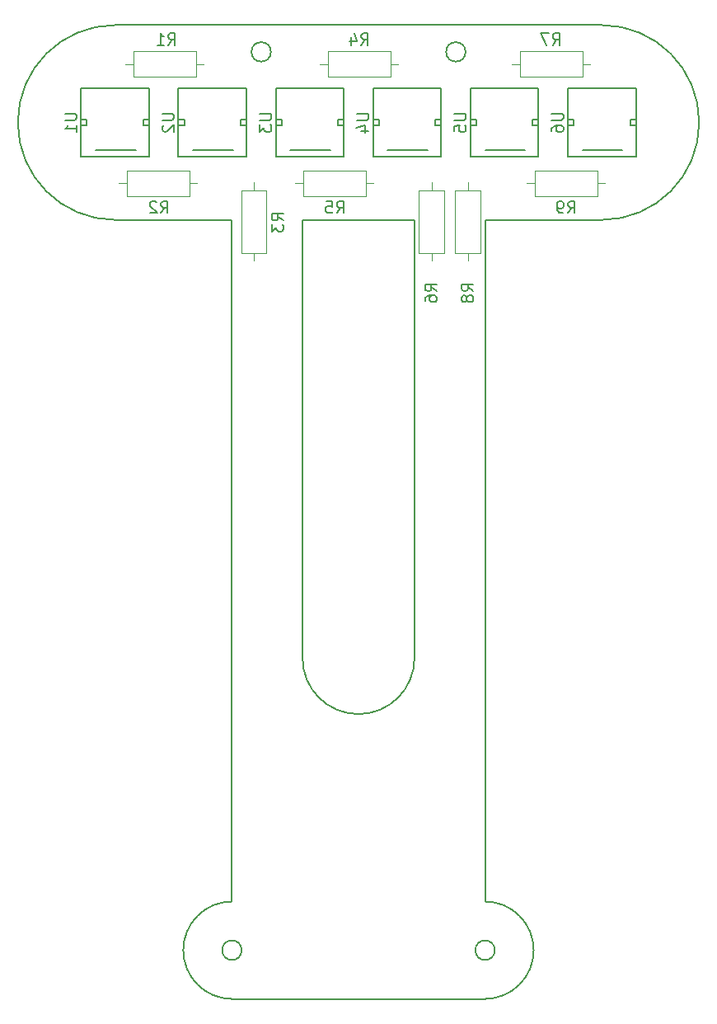
<source format=gbo>
G04 #@! TF.FileFunction,Legend,Bot*
%FSLAX46Y46*%
G04 Gerber Fmt 4.6, Leading zero omitted, Abs format (unit mm)*
G04 Created by KiCad (PCBNEW 4.0.7) date 07/12/18 19:43:31*
%MOMM*%
%LPD*%
G01*
G04 APERTURE LIST*
%ADD10C,0.100000*%
%ADD11C,0.150000*%
%ADD12C,0.120000*%
%ADD13C,0.200000*%
%ADD14C,2.000000*%
%ADD15O,2.000000X2.000000*%
%ADD16R,2.000000X2.800000*%
%ADD17O,2.000000X2.800000*%
%ADD18C,1.800000*%
%ADD19R,2.100000X2.100000*%
%ADD20O,2.100000X2.100000*%
G04 APERTURE END LIST*
D10*
D11*
X48000000Y80000000D02*
X48000000Y10000000D01*
X22000000Y80000000D02*
X22000000Y10000000D01*
X60000000Y80000000D02*
X48000000Y80000000D01*
X10000000Y80000000D02*
X22000000Y80000000D01*
X29250000Y80000000D02*
X40750000Y80000000D01*
X29250000Y35000000D02*
G75*
G03X40750000Y35000000I5750000J0D01*
G01*
X40750000Y80000000D02*
X40750000Y35000000D01*
X29250000Y80000000D02*
X29250000Y35000000D01*
X22000000Y10000000D02*
G75*
G03X22000000Y0I0J-5000000D01*
G01*
X48000000Y10000000D02*
G75*
G02X48000000Y0I0J-5000000D01*
G01*
X22000000Y0D02*
X48000000Y0D01*
X49000000Y5000000D02*
G75*
G03X49000000Y5000000I-1000000J0D01*
G01*
X23000000Y5000000D02*
G75*
G03X23000000Y5000000I-1000000J0D01*
G01*
X10000000Y80000000D02*
G75*
G02X10000000Y100000000I0J10000000D01*
G01*
X60000000Y80000000D02*
G75*
G03X60000000Y100000000I0J10000000D01*
G01*
X10000000Y100000000D02*
X60000000Y100000000D01*
X46000000Y97250000D02*
G75*
G03X46000000Y97250000I-1000000J0D01*
G01*
X26000000Y97250000D02*
G75*
G03X26000000Y97250000I-1000000J0D01*
G01*
D12*
X11870000Y94690000D02*
X11870000Y97310000D01*
X11870000Y97310000D02*
X18290000Y97310000D01*
X18290000Y97310000D02*
X18290000Y94690000D01*
X18290000Y94690000D02*
X11870000Y94690000D01*
X10980000Y96000000D02*
X11870000Y96000000D01*
X19180000Y96000000D02*
X18290000Y96000000D01*
X17630000Y85060000D02*
X17630000Y82440000D01*
X17630000Y82440000D02*
X11210000Y82440000D01*
X11210000Y82440000D02*
X11210000Y85060000D01*
X11210000Y85060000D02*
X17630000Y85060000D01*
X18520000Y83750000D02*
X17630000Y83750000D01*
X10320000Y83750000D02*
X11210000Y83750000D01*
X25560000Y76620000D02*
X22940000Y76620000D01*
X22940000Y76620000D02*
X22940000Y83040000D01*
X22940000Y83040000D02*
X25560000Y83040000D01*
X25560000Y83040000D02*
X25560000Y76620000D01*
X24250000Y75730000D02*
X24250000Y76620000D01*
X24250000Y83930000D02*
X24250000Y83040000D01*
X31870000Y94690000D02*
X31870000Y97310000D01*
X31870000Y97310000D02*
X38290000Y97310000D01*
X38290000Y97310000D02*
X38290000Y94690000D01*
X38290000Y94690000D02*
X31870000Y94690000D01*
X30980000Y96000000D02*
X31870000Y96000000D01*
X39180000Y96000000D02*
X38290000Y96000000D01*
X29370000Y82440000D02*
X29370000Y85060000D01*
X29370000Y85060000D02*
X35790000Y85060000D01*
X35790000Y85060000D02*
X35790000Y82440000D01*
X35790000Y82440000D02*
X29370000Y82440000D01*
X28480000Y83750000D02*
X29370000Y83750000D01*
X36680000Y83750000D02*
X35790000Y83750000D01*
X43810000Y76620000D02*
X41190000Y76620000D01*
X41190000Y76620000D02*
X41190000Y83040000D01*
X41190000Y83040000D02*
X43810000Y83040000D01*
X43810000Y83040000D02*
X43810000Y76620000D01*
X42500000Y75730000D02*
X42500000Y76620000D01*
X42500000Y83930000D02*
X42500000Y83040000D01*
X51620000Y94690000D02*
X51620000Y97310000D01*
X51620000Y97310000D02*
X58040000Y97310000D01*
X58040000Y97310000D02*
X58040000Y94690000D01*
X58040000Y94690000D02*
X51620000Y94690000D01*
X50730000Y96000000D02*
X51620000Y96000000D01*
X58930000Y96000000D02*
X58040000Y96000000D01*
X47560000Y76620000D02*
X44940000Y76620000D01*
X44940000Y76620000D02*
X44940000Y83040000D01*
X44940000Y83040000D02*
X47560000Y83040000D01*
X47560000Y83040000D02*
X47560000Y76620000D01*
X46250000Y75730000D02*
X46250000Y76620000D01*
X46250000Y83930000D02*
X46250000Y83040000D01*
X53120000Y82440000D02*
X53120000Y85060000D01*
X53120000Y85060000D02*
X59540000Y85060000D01*
X59540000Y85060000D02*
X59540000Y82440000D01*
X59540000Y82440000D02*
X53120000Y82440000D01*
X52230000Y83750000D02*
X53120000Y83750000D01*
X60430000Y83750000D02*
X59540000Y83750000D01*
D13*
X61800000Y87200000D02*
X62100000Y87200000D01*
X58000000Y87200000D02*
X61800000Y87200000D01*
X63500000Y90300000D02*
X62900000Y90300000D01*
X62900000Y90300000D02*
X62900000Y89700000D01*
X62900000Y89700000D02*
X63500000Y89700000D01*
X56500000Y90300000D02*
X57100000Y90300000D01*
X57100000Y90300000D02*
X57100000Y89700000D01*
X57100000Y89700000D02*
X56500000Y89700000D01*
X56500000Y93500000D02*
X56500000Y86500000D01*
X56500000Y86500000D02*
X63500000Y86500000D01*
X63500000Y86500000D02*
X63500000Y93500000D01*
X63500000Y93500000D02*
X56500000Y93500000D01*
X51800000Y87200000D02*
X52100000Y87200000D01*
X48000000Y87200000D02*
X51800000Y87200000D01*
X53500000Y90300000D02*
X52900000Y90300000D01*
X52900000Y90300000D02*
X52900000Y89700000D01*
X52900000Y89700000D02*
X53500000Y89700000D01*
X46500000Y90300000D02*
X47100000Y90300000D01*
X47100000Y90300000D02*
X47100000Y89700000D01*
X47100000Y89700000D02*
X46500000Y89700000D01*
X46500000Y93500000D02*
X46500000Y86500000D01*
X46500000Y86500000D02*
X53500000Y86500000D01*
X53500000Y86500000D02*
X53500000Y93500000D01*
X53500000Y93500000D02*
X46500000Y93500000D01*
X41800000Y87200000D02*
X42100000Y87200000D01*
X38000000Y87200000D02*
X41800000Y87200000D01*
X43500000Y90300000D02*
X42900000Y90300000D01*
X42900000Y90300000D02*
X42900000Y89700000D01*
X42900000Y89700000D02*
X43500000Y89700000D01*
X36500000Y90300000D02*
X37100000Y90300000D01*
X37100000Y90300000D02*
X37100000Y89700000D01*
X37100000Y89700000D02*
X36500000Y89700000D01*
X36500000Y93500000D02*
X36500000Y86500000D01*
X36500000Y86500000D02*
X43500000Y86500000D01*
X43500000Y86500000D02*
X43500000Y93500000D01*
X43500000Y93500000D02*
X36500000Y93500000D01*
X31800000Y87200000D02*
X32100000Y87200000D01*
X28000000Y87200000D02*
X31800000Y87200000D01*
X33500000Y90300000D02*
X32900000Y90300000D01*
X32900000Y90300000D02*
X32900000Y89700000D01*
X32900000Y89700000D02*
X33500000Y89700000D01*
X26500000Y90300000D02*
X27100000Y90300000D01*
X27100000Y90300000D02*
X27100000Y89700000D01*
X27100000Y89700000D02*
X26500000Y89700000D01*
X26500000Y93500000D02*
X26500000Y86500000D01*
X26500000Y86500000D02*
X33500000Y86500000D01*
X33500000Y86500000D02*
X33500000Y93500000D01*
X33500000Y93500000D02*
X26500000Y93500000D01*
X21800000Y87200000D02*
X22100000Y87200000D01*
X18000000Y87200000D02*
X21800000Y87200000D01*
X23500000Y90300000D02*
X22900000Y90300000D01*
X22900000Y90300000D02*
X22900000Y89700000D01*
X22900000Y89700000D02*
X23500000Y89700000D01*
X16500000Y90300000D02*
X17100000Y90300000D01*
X17100000Y90300000D02*
X17100000Y89700000D01*
X17100000Y89700000D02*
X16500000Y89700000D01*
X16500000Y93500000D02*
X16500000Y86500000D01*
X16500000Y86500000D02*
X23500000Y86500000D01*
X23500000Y86500000D02*
X23500000Y93500000D01*
X23500000Y93500000D02*
X16500000Y93500000D01*
X11800000Y87200000D02*
X12100000Y87200000D01*
X8000000Y87200000D02*
X11800000Y87200000D01*
X13500000Y90300000D02*
X12900000Y90300000D01*
X12900000Y90300000D02*
X12900000Y89700000D01*
X12900000Y89700000D02*
X13500000Y89700000D01*
X6500000Y90300000D02*
X7100000Y90300000D01*
X7100000Y90300000D02*
X7100000Y89700000D01*
X7100000Y89700000D02*
X6500000Y89700000D01*
X6500000Y93500000D02*
X6500000Y86500000D01*
X6500000Y86500000D02*
X13500000Y86500000D01*
X13500000Y86500000D02*
X13500000Y93500000D01*
X13500000Y93500000D02*
X6500000Y93500000D01*
X15449999Y97957143D02*
X15849999Y98528571D01*
X16135714Y97957143D02*
X16135714Y99157143D01*
X15678571Y99157143D01*
X15564285Y99100000D01*
X15507142Y99042857D01*
X15449999Y98928571D01*
X15449999Y98757143D01*
X15507142Y98642857D01*
X15564285Y98585714D01*
X15678571Y98528571D01*
X16135714Y98528571D01*
X14307142Y97957143D02*
X14992857Y97957143D01*
X14649999Y97957143D02*
X14649999Y99157143D01*
X14764285Y98985714D01*
X14878571Y98871429D01*
X14992857Y98814286D01*
X14699999Y80707143D02*
X15099999Y81278571D01*
X15385714Y80707143D02*
X15385714Y81907143D01*
X14928571Y81907143D01*
X14814285Y81850000D01*
X14757142Y81792857D01*
X14699999Y81678571D01*
X14699999Y81507143D01*
X14757142Y81392857D01*
X14814285Y81335714D01*
X14928571Y81278571D01*
X15385714Y81278571D01*
X14242857Y81792857D02*
X14185714Y81850000D01*
X14071428Y81907143D01*
X13785714Y81907143D01*
X13671428Y81850000D01*
X13614285Y81792857D01*
X13557142Y81678571D01*
X13557142Y81564286D01*
X13614285Y81392857D01*
X14299999Y80707143D01*
X13557142Y80707143D01*
X27292857Y79949999D02*
X26721429Y80349999D01*
X27292857Y80635714D02*
X26092857Y80635714D01*
X26092857Y80178571D01*
X26150000Y80064285D01*
X26207143Y80007142D01*
X26321429Y79949999D01*
X26492857Y79949999D01*
X26607143Y80007142D01*
X26664286Y80064285D01*
X26721429Y80178571D01*
X26721429Y80635714D01*
X26092857Y79549999D02*
X26092857Y78807142D01*
X26550000Y79207142D01*
X26550000Y79035714D01*
X26607143Y78921428D01*
X26664286Y78864285D01*
X26778571Y78807142D01*
X27064286Y78807142D01*
X27178571Y78864285D01*
X27235714Y78921428D01*
X27292857Y79035714D01*
X27292857Y79378571D01*
X27235714Y79492857D01*
X27178571Y79549999D01*
X35279999Y97957143D02*
X35679999Y98528571D01*
X35965714Y97957143D02*
X35965714Y99157143D01*
X35508571Y99157143D01*
X35394285Y99100000D01*
X35337142Y99042857D01*
X35279999Y98928571D01*
X35279999Y98757143D01*
X35337142Y98642857D01*
X35394285Y98585714D01*
X35508571Y98528571D01*
X35965714Y98528571D01*
X34251428Y98757143D02*
X34251428Y97957143D01*
X34537142Y99214286D02*
X34822857Y98357143D01*
X34079999Y98357143D01*
X32779999Y80707143D02*
X33179999Y81278571D01*
X33465714Y80707143D02*
X33465714Y81907143D01*
X33008571Y81907143D01*
X32894285Y81850000D01*
X32837142Y81792857D01*
X32779999Y81678571D01*
X32779999Y81507143D01*
X32837142Y81392857D01*
X32894285Y81335714D01*
X33008571Y81278571D01*
X33465714Y81278571D01*
X31694285Y81907143D02*
X32265714Y81907143D01*
X32322857Y81335714D01*
X32265714Y81392857D01*
X32151428Y81450000D01*
X31865714Y81450000D01*
X31751428Y81392857D01*
X31694285Y81335714D01*
X31637142Y81221429D01*
X31637142Y80935714D01*
X31694285Y80821429D01*
X31751428Y80764286D01*
X31865714Y80707143D01*
X32151428Y80707143D01*
X32265714Y80764286D01*
X32322857Y80821429D01*
X43042857Y72699999D02*
X42471429Y73099999D01*
X43042857Y73385714D02*
X41842857Y73385714D01*
X41842857Y72928571D01*
X41900000Y72814285D01*
X41957143Y72757142D01*
X42071429Y72699999D01*
X42242857Y72699999D01*
X42357143Y72757142D01*
X42414286Y72814285D01*
X42471429Y72928571D01*
X42471429Y73385714D01*
X41842857Y71671428D02*
X41842857Y71899999D01*
X41900000Y72014285D01*
X41957143Y72071428D01*
X42128571Y72185714D01*
X42357143Y72242857D01*
X42814286Y72242857D01*
X42928571Y72185714D01*
X42985714Y72128571D01*
X43042857Y72014285D01*
X43042857Y71785714D01*
X42985714Y71671428D01*
X42928571Y71614285D01*
X42814286Y71557142D01*
X42528571Y71557142D01*
X42414286Y71614285D01*
X42357143Y71671428D01*
X42300000Y71785714D01*
X42300000Y72014285D01*
X42357143Y72128571D01*
X42414286Y72185714D01*
X42528571Y72242857D01*
X54949999Y97957143D02*
X55349999Y98528571D01*
X55635714Y97957143D02*
X55635714Y99157143D01*
X55178571Y99157143D01*
X55064285Y99100000D01*
X55007142Y99042857D01*
X54949999Y98928571D01*
X54949999Y98757143D01*
X55007142Y98642857D01*
X55064285Y98585714D01*
X55178571Y98528571D01*
X55635714Y98528571D01*
X54549999Y99157143D02*
X53749999Y99157143D01*
X54264285Y97957143D01*
X46792857Y72699999D02*
X46221429Y73099999D01*
X46792857Y73385714D02*
X45592857Y73385714D01*
X45592857Y72928571D01*
X45650000Y72814285D01*
X45707143Y72757142D01*
X45821429Y72699999D01*
X45992857Y72699999D01*
X46107143Y72757142D01*
X46164286Y72814285D01*
X46221429Y72928571D01*
X46221429Y73385714D01*
X46107143Y72014285D02*
X46050000Y72128571D01*
X45992857Y72185714D01*
X45878571Y72242857D01*
X45821429Y72242857D01*
X45707143Y72185714D01*
X45650000Y72128571D01*
X45592857Y72014285D01*
X45592857Y71785714D01*
X45650000Y71671428D01*
X45707143Y71614285D01*
X45821429Y71557142D01*
X45878571Y71557142D01*
X45992857Y71614285D01*
X46050000Y71671428D01*
X46107143Y71785714D01*
X46107143Y72014285D01*
X46164286Y72128571D01*
X46221429Y72185714D01*
X46335714Y72242857D01*
X46564286Y72242857D01*
X46678571Y72185714D01*
X46735714Y72128571D01*
X46792857Y72014285D01*
X46792857Y71785714D01*
X46735714Y71671428D01*
X46678571Y71614285D01*
X46564286Y71557142D01*
X46335714Y71557142D01*
X46221429Y71614285D01*
X46164286Y71671428D01*
X46107143Y71785714D01*
X56529999Y80707143D02*
X56929999Y81278571D01*
X57215714Y80707143D02*
X57215714Y81907143D01*
X56758571Y81907143D01*
X56644285Y81850000D01*
X56587142Y81792857D01*
X56529999Y81678571D01*
X56529999Y81507143D01*
X56587142Y81392857D01*
X56644285Y81335714D01*
X56758571Y81278571D01*
X57215714Y81278571D01*
X55958571Y80707143D02*
X55729999Y80707143D01*
X55615714Y80764286D01*
X55558571Y80821429D01*
X55444285Y80992857D01*
X55387142Y81221429D01*
X55387142Y81678571D01*
X55444285Y81792857D01*
X55501428Y81850000D01*
X55615714Y81907143D01*
X55844285Y81907143D01*
X55958571Y81850000D01*
X56015714Y81792857D01*
X56072857Y81678571D01*
X56072857Y81392857D01*
X56015714Y81278571D01*
X55958571Y81221429D01*
X55844285Y81164286D01*
X55615714Y81164286D01*
X55501428Y81221429D01*
X55444285Y81278571D01*
X55387142Y81392857D01*
X54842857Y90914286D02*
X55814286Y90914286D01*
X55928571Y90857143D01*
X55985714Y90800000D01*
X56042857Y90685714D01*
X56042857Y90457143D01*
X55985714Y90342857D01*
X55928571Y90285714D01*
X55814286Y90228571D01*
X54842857Y90228571D01*
X54842857Y89142857D02*
X54842857Y89371428D01*
X54900000Y89485714D01*
X54957143Y89542857D01*
X55128571Y89657143D01*
X55357143Y89714286D01*
X55814286Y89714286D01*
X55928571Y89657143D01*
X55985714Y89600000D01*
X56042857Y89485714D01*
X56042857Y89257143D01*
X55985714Y89142857D01*
X55928571Y89085714D01*
X55814286Y89028571D01*
X55528571Y89028571D01*
X55414286Y89085714D01*
X55357143Y89142857D01*
X55300000Y89257143D01*
X55300000Y89485714D01*
X55357143Y89600000D01*
X55414286Y89657143D01*
X55528571Y89714286D01*
X44842857Y90914286D02*
X45814286Y90914286D01*
X45928571Y90857143D01*
X45985714Y90800000D01*
X46042857Y90685714D01*
X46042857Y90457143D01*
X45985714Y90342857D01*
X45928571Y90285714D01*
X45814286Y90228571D01*
X44842857Y90228571D01*
X44842857Y89085714D02*
X44842857Y89657143D01*
X45414286Y89714286D01*
X45357143Y89657143D01*
X45300000Y89542857D01*
X45300000Y89257143D01*
X45357143Y89142857D01*
X45414286Y89085714D01*
X45528571Y89028571D01*
X45814286Y89028571D01*
X45928571Y89085714D01*
X45985714Y89142857D01*
X46042857Y89257143D01*
X46042857Y89542857D01*
X45985714Y89657143D01*
X45928571Y89714286D01*
X34842857Y90914286D02*
X35814286Y90914286D01*
X35928571Y90857143D01*
X35985714Y90800000D01*
X36042857Y90685714D01*
X36042857Y90457143D01*
X35985714Y90342857D01*
X35928571Y90285714D01*
X35814286Y90228571D01*
X34842857Y90228571D01*
X35242857Y89142857D02*
X36042857Y89142857D01*
X34785714Y89428571D02*
X35642857Y89714286D01*
X35642857Y88971428D01*
X24842857Y90914286D02*
X25814286Y90914286D01*
X25928571Y90857143D01*
X25985714Y90800000D01*
X26042857Y90685714D01*
X26042857Y90457143D01*
X25985714Y90342857D01*
X25928571Y90285714D01*
X25814286Y90228571D01*
X24842857Y90228571D01*
X24842857Y89771428D02*
X24842857Y89028571D01*
X25300000Y89428571D01*
X25300000Y89257143D01*
X25357143Y89142857D01*
X25414286Y89085714D01*
X25528571Y89028571D01*
X25814286Y89028571D01*
X25928571Y89085714D01*
X25985714Y89142857D01*
X26042857Y89257143D01*
X26042857Y89600000D01*
X25985714Y89714286D01*
X25928571Y89771428D01*
X14842857Y90914286D02*
X15814286Y90914286D01*
X15928571Y90857143D01*
X15985714Y90800000D01*
X16042857Y90685714D01*
X16042857Y90457143D01*
X15985714Y90342857D01*
X15928571Y90285714D01*
X15814286Y90228571D01*
X14842857Y90228571D01*
X14957143Y89714286D02*
X14900000Y89657143D01*
X14842857Y89542857D01*
X14842857Y89257143D01*
X14900000Y89142857D01*
X14957143Y89085714D01*
X15071429Y89028571D01*
X15185714Y89028571D01*
X15357143Y89085714D01*
X16042857Y89771428D01*
X16042857Y89028571D01*
X4842857Y90914286D02*
X5814286Y90914286D01*
X5928571Y90857143D01*
X5985714Y90800000D01*
X6042857Y90685714D01*
X6042857Y90457143D01*
X5985714Y90342857D01*
X5928571Y90285714D01*
X5814286Y90228571D01*
X4842857Y90228571D01*
X6042857Y89028571D02*
X6042857Y89714286D01*
X6042857Y89371428D02*
X4842857Y89371428D01*
X5014286Y89485714D01*
X5128571Y89600000D01*
X5185714Y89714286D01*
%LPC*%
D14*
X10000000Y96000000D03*
D15*
X20160000Y96000000D03*
D14*
X19500000Y83750000D03*
D15*
X9340000Y83750000D03*
D14*
X24250000Y74750000D03*
D15*
X24250000Y84910000D03*
D14*
X30000000Y96000000D03*
D15*
X40160000Y96000000D03*
D14*
X27500000Y83750000D03*
D15*
X37660000Y83750000D03*
D14*
X42500000Y74750000D03*
D15*
X42500000Y84910000D03*
D14*
X49750000Y96000000D03*
D15*
X59910000Y96000000D03*
D14*
X46250000Y74750000D03*
D15*
X46250000Y84910000D03*
D14*
X51250000Y83750000D03*
D15*
X61410000Y83750000D03*
D16*
X43890000Y24500000D03*
D17*
X26110000Y16880000D03*
X41350000Y24500000D03*
X28650000Y16880000D03*
X38810000Y24500000D03*
X31190000Y16880000D03*
X36270000Y24500000D03*
X33730000Y16880000D03*
X33730000Y24500000D03*
X36270000Y16880000D03*
X31190000Y24500000D03*
X38810000Y16880000D03*
X28650000Y24500000D03*
X41350000Y16880000D03*
X26110000Y24500000D03*
X43890000Y16880000D03*
D18*
X58600000Y91400000D03*
X61400000Y91400000D03*
X58600000Y88600000D03*
X61400000Y88600000D03*
X48600000Y91400000D03*
X51400000Y91400000D03*
X48600000Y88600000D03*
X51400000Y88600000D03*
X38600000Y91400000D03*
X41400000Y91400000D03*
X38600000Y88600000D03*
X41400000Y88600000D03*
X28600000Y91400000D03*
X31400000Y91400000D03*
X28600000Y88600000D03*
X31400000Y88600000D03*
X18600000Y91400000D03*
X21400000Y91400000D03*
X18600000Y88600000D03*
X21400000Y88600000D03*
X8600000Y91400000D03*
X11400000Y91400000D03*
X8600000Y88600000D03*
X11400000Y88600000D03*
D19*
X42620000Y10250000D03*
D20*
X40080000Y10250000D03*
X37540000Y10250000D03*
X35000000Y10250000D03*
X32460000Y10250000D03*
X29920000Y10250000D03*
X27380000Y10250000D03*
M02*

</source>
